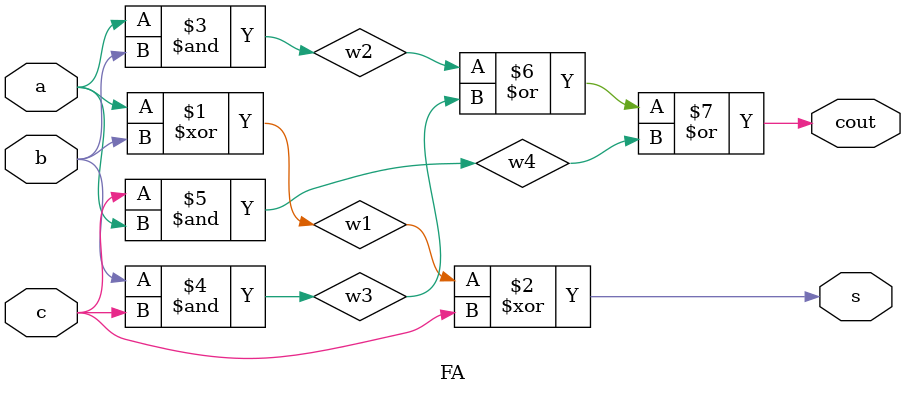
<source format=v>
`timescale 10ns / 1ps

module FA(
    input a,
    input b,
    input c,
    output s,
    output cout
    );
  wire w1,w2,w3,w4;
  xor g1(w1,a,b);
  xor g2(s,w1,c);
  and g3(w2,a,b);
  and g4(w3,b,c);
  and g5(w4,c,a);
  or g6(cout,w2,w3,w4);
endmodule

</source>
